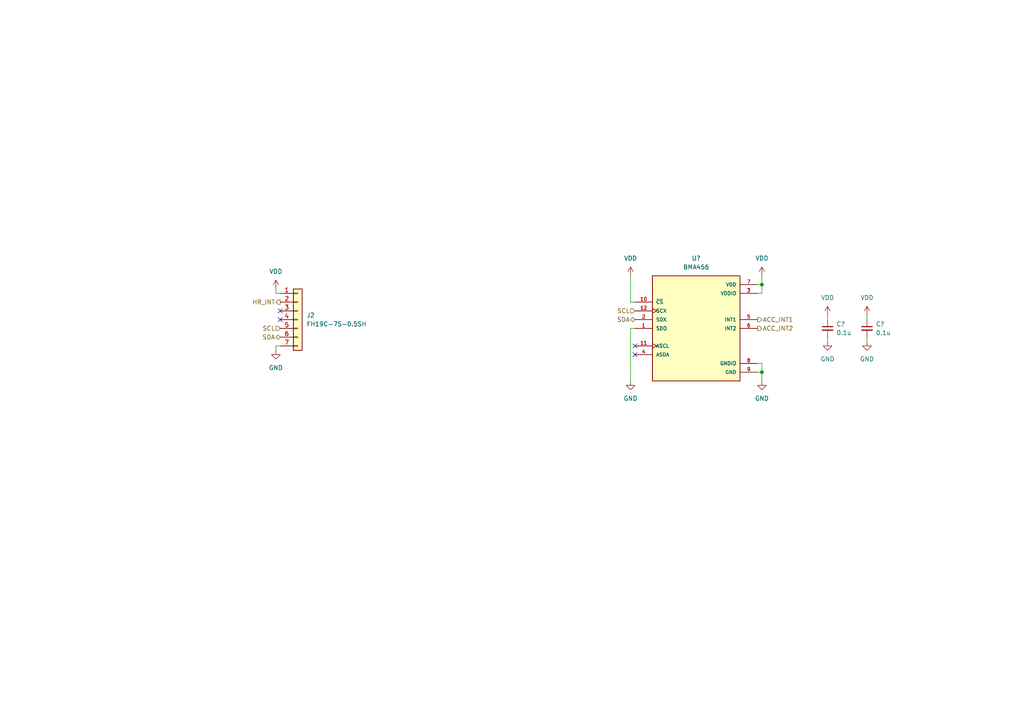
<source format=kicad_sch>
(kicad_sch (version 20230121) (generator eeschema)
  (paper "A4")
  (lib_symbols
    (symbol "BMA456:BMA456" (pin_names (offset 1.016))
      (property "Reference" "U" (at -12.7 16.51 0))
      (property "Value" "BMA456" (at -12.7 -17.78 0))
      (symbol "BMA456_0_0"
        (rectangle (start -12.7 -15.24) (end 12.7 15.24) (stroke (width 0.254)) (fill (type background)))
        (pin bidirectional line (at -17.78 0 0) (length 5.08) (name "SDO") (number "1"))
        (pin input line (at -17.78 7.62 0) (length 5.08) (name "~{CS}") (number "10"))
        (pin output clock (at -17.78 -5.08 0) (length 5.08) (name "ASCL") (number "11"))
        (pin input clock (at -17.78 5.08 0) (length 5.08) (name "SCX") (number "12"))
        (pin bidirectional line (at -17.78 2.54 0) (length 5.08) (name "SDX") (number "2"))
        (pin power_in line (at 17.78 10.16 180) (length 5.08) (name "VDDIO") (number "3"))
        (pin bidirectional line (at -17.78 -7.62 0) (length 5.08) (name "ASDA") (number "4"))
        (pin bidirectional line (at 17.78 2.54 180) (length 5.08) (name "INT1") (number "5"))
        (pin bidirectional line (at 17.78 0 180) (length 5.08) (name "INT2") (number "6"))
        (pin power_in line (at 17.78 12.7 180) (length 5.08) (name "VDD") (number "7"))
        (pin power_in line (at 17.78 -10.16 180) (length 5.08) (name "GNDIO") (number "8"))
        (pin power_in line (at 17.78 -12.7 180) (length 5.08) (name "GND") (number "9"))
      )
    )
    (symbol "Connector_Generic:Conn_01x07" (pin_names (offset 1.016) hide)
      (property "Reference" "J" (at 0 10.16 0))
      (property "Value" "Conn_01x07" (at 0 -10.16 0))
      (symbol "Conn_01x07_1_1"
        (rectangle (start -1.27 -7.493) (end 0 -7.747) (stroke (width 0.1524)))
        (rectangle (start -1.27 -4.953) (end 0 -5.207) (stroke (width 0.1524)))
        (rectangle (start -1.27 -2.413) (end 0 -2.667) (stroke (width 0.1524)))
        (rectangle (start -1.27 0.127) (end 0 -0.127) (stroke (width 0.1524)))
        (rectangle (start -1.27 2.667) (end 0 2.413) (stroke (width 0.1524)))
        (rectangle (start -1.27 5.207) (end 0 4.953) (stroke (width 0.1524)))
        (rectangle (start -1.27 7.747) (end 0 7.493) (stroke (width 0.1524)))
        (rectangle (start -1.27 8.89) (end 1.27 -8.89) (stroke (width 0.254)) (fill (type background)))
        (pin passive line (at -5.08 7.62 0) (length 3.81) (name "Pin_1") (number "1"))
        (pin passive line (at -5.08 5.08 0) (length 3.81) (name "Pin_2") (number "2"))
        (pin passive line (at -5.08 2.54 0) (length 3.81) (name "Pin_3") (number "3"))
        (pin passive line (at -5.08 0 0) (length 3.81) (name "Pin_4") (number "4"))
        (pin passive line (at -5.08 -2.54 0) (length 3.81) (name "Pin_5") (number "5"))
        (pin passive line (at -5.08 -5.08 0) (length 3.81) (name "Pin_6") (number "6"))
        (pin passive line (at -5.08 -7.62 0) (length 3.81) (name "Pin_7") (number "7"))
      )
    )
    (symbol "Device:C_Small" (pin_numbers hide) (pin_names (offset 0.254) hide)
      (property "Reference" "C" (at 0.254 1.778 0))
      (property "Value" "C_Small" (at 0.254 -2.032 0))
      (symbol "C_Small_0_1"
        (polyline (pts (xy -1.524 -0.508) (xy 1.524 -0.508)) (stroke (width 0.3302)))
        (polyline (pts (xy -1.524 0.508) (xy 1.524 0.508)) (stroke (width 0.3048)))
      )
      (symbol "C_Small_1_1"
        (pin passive line (at 0 2.54 270) (length 2.032) (name "~") (number "1"))
        (pin passive line (at 0 -2.54 90) (length 2.032) (name "~") (number "2"))
      )
    )
    (symbol "power:GND" (power) (pin_names (offset 0))
      (property "Value" "GND" (at 0 -3.81 0))
      (symbol "GND_0_1"
        (polyline (pts (xy 0 0) (xy 0 -1.27) (xy 1.27 -1.27) (xy 0 -2.54) (xy -1.27 -1.27) (xy 0 -1.27)))
      )
      (symbol "GND_1_1"
        (pin power_in line (at 0 0 270) (length 0) hide (name "GND") (number "1"))
      )
    )
    (symbol "power:VDD" (power) (pin_names (offset 0))
      (property "Value" "VDD" (at 0 3.81 0))
      (symbol "VDD_0_1"
        (polyline (pts (xy -0.762 1.27) (xy 0 2.54)))
        (polyline (pts (xy 0 0) (xy 0 2.54)))
        (polyline (pts (xy 0 2.54) (xy 0.762 1.27)))
      )
      (symbol "VDD_1_1"
        (pin power_in line (at 0 0 90) (length 0) hide (name "VDD") (number "1"))
      )
    )
  )
  (junction (at 220.98 82.55))
  (junction (at 220.98 107.95))
  (no_connect (at 81.28 92.71))
  (no_connect (at 184.15 100.33))
  (no_connect (at 184.15 102.87))
  (no_connect (at 81.28 90.17))
  (wire (pts (xy 219.71 82.55) (xy 220.98 82.55)))
  (wire (pts (xy 240.03 91.44) (xy 240.03 92.71)))
  (wire (pts (xy 240.03 97.79) (xy 240.03 99.06)))
  (wire (pts (xy 80.01 101.6) (xy 80.01 100.33)))
  (wire (pts (xy 182.88 95.25) (xy 184.15 95.25)))
  (wire (pts (xy 182.88 110.49) (xy 182.88 95.25)))
  (wire (pts (xy 220.98 107.95) (xy 220.98 105.41)))
  (wire (pts (xy 182.88 80.01) (xy 182.88 87.63)))
  (wire (pts (xy 219.71 107.95) (xy 220.98 107.95)))
  (wire (pts (xy 182.88 87.63) (xy 184.15 87.63)))
  (wire (pts (xy 220.98 85.09) (xy 219.71 85.09)))
  (wire (pts (xy 80.01 85.09) (xy 81.28 85.09)))
  (wire (pts (xy 220.98 110.49) (xy 220.98 107.95)))
  (wire (pts (xy 251.46 97.79) (xy 251.46 99.06)))
  (wire (pts (xy 80.01 83.82) (xy 80.01 85.09)))
  (wire (pts (xy 251.46 91.44) (xy 251.46 92.71)))
  (wire (pts (xy 80.01 100.33) (xy 81.28 100.33)))
  (wire (pts (xy 220.98 80.01) (xy 220.98 82.55)))
  (wire (pts (xy 220.98 82.55) (xy 220.98 85.09)))
  (wire (pts (xy 220.98 105.41) (xy 219.71 105.41)))
  (hierarchical_label "SDA" (shape bidirectional) (at 184.15 92.71 180))
  (hierarchical_label "ACC_INT1" (shape output) (at 219.71 92.71 0))
  (hierarchical_label "SDA" (shape bidirectional) (at 81.28 97.79 180))
  (hierarchical_label "SCL" (shape input) (at 184.15 90.17 180))
  (hierarchical_label "HR_INT" (shape output) (at 81.28 87.63 180))
  (hierarchical_label "ACC_INT2" (shape output) (at 219.71 95.25 0))
  (hierarchical_label "SCL" (shape input) (at 81.28 95.25 180))
  (symbol (lib_id "power:VDD") (at 220.98 80.01 0) (unit 1)
    (property "Reference" "#PWR?" (effects hide))
    (property "Value" "VDD" (at 220.98 74.93 0))
  )
  (symbol (lib_id "Device:C_Small") (at 240.03 95.25 0) (unit 1)
    (property "Reference" "C?" (at 242.57 93.9862 0) (effects (justify left)))
    (property "Value" "0.1u" (at 242.57 96.5262 0) (effects (justify left)))
    (property "Footprint" "Capacitor_SMD:C_0402_1005Metric_Pad0.74x0.62mm_HandSolder" (effects hide))
  )
  (symbol (lib_id "power:VDD") (at 80.01 83.82 0) (unit 1)
    (property "Reference" "#PWR?" (effects hide))
    (property "Value" "VDD" (at 80.01 78.74 0))
  )
  (symbol (lib_id "power:GND") (at 240.03 99.06 0) (unit 1)
    (property "Reference" "#PWR?" (effects hide))
    (property "Value" "GND" (at 240.03 104.14 0))
  )
  (symbol (lib_id "power:VDD") (at 182.88 80.01 0) (unit 1)
    (property "Reference" "#PWR?" (effects hide))
    (property "Value" "VDD" (at 182.88 74.93 0))
  )
  (symbol (lib_id "power:GND") (at 182.88 110.49 0) (unit 1)
    (property "Reference" "#PWR?" (effects hide))
    (property "Value" "GND" (at 182.88 115.57 0))
  )
  (symbol (lib_id "BMA456:BMA456") (at 201.93 95.25 0) (unit 1)
    (property "Reference" "U?" (at 201.93 74.93 0))
    (property "Value" "BMA456" (at 201.93 77.47 0))
    (property "Footprint" "watch:XDCR_BMA456" (effects hide))
    (property "Datasheet" "https://www.bosch-sensortec.com/media/boschsensortec/downloads/datasheets/bst-bma456-ds000.pdf" (effects hide))
    (property "MANUFACTURER" "Bosch" (effects hide))
    (property "PARTREV" "2.0" (effects hide))
    (property "STANDARD" "Manufacturer Recommendation" (effects hide))
    (property "MAXIMUM_PACKAGE_HEIGHT" "0.70 mm" (effects hide))
  )
  (symbol (lib_id "power:VDD") (at 240.03 91.44 0) (unit 1)
    (property "Reference" "#PWR?" (effects hide))
    (property "Value" "VDD" (at 240.03 86.36 0))
  )
  (symbol (lib_id "Connector_Generic:Conn_01x07") (at 86.36 92.71 0) (unit 1)
    (property "Reference" "J2" (at 88.9 91.44 0) (effects (justify left)))
    (property "Value" "FH19C-7S-0.5SH" (at 88.9 93.98 0) (effects (justify left)))
    (property "Footprint" "watch:FH19C-7S-0.5SH" (effects hide))
  )
  (symbol (lib_id "power:GND") (at 251.46 99.06 0) (unit 1)
    (property "Reference" "#PWR?" (effects hide))
    (property "Value" "GND" (at 251.46 104.14 0))
  )
  (symbol (lib_id "Device:C_Small") (at 251.46 95.25 0) (unit 1)
    (property "Reference" "C?" (at 254 93.9862 0) (effects (justify left)))
    (property "Value" "0.1u" (at 254 96.5262 0) (effects (justify left)))
    (property "Footprint" "Capacitor_SMD:C_0402_1005Metric_Pad0.74x0.62mm_HandSolder" (effects hide))
  )
  (symbol (lib_id "power:VDD") (at 251.46 91.44 0) (unit 1)
    (property "Reference" "#PWR?" (effects hide))
    (property "Value" "VDD" (at 251.46 86.36 0))
  )
  (symbol (lib_id "power:GND") (at 220.98 110.49 0) (unit 1)
    (property "Reference" "#PWR?" (effects hide))
    (property "Value" "GND" (at 220.98 115.57 0))
  )
  (symbol (lib_id "power:GND") (at 80.01 101.6 0) (unit 1)
    (property "Reference" "#PWR?" (effects hide))
    (property "Value" "GND" (at 80.01 106.68 0))
  )
)
</source>
